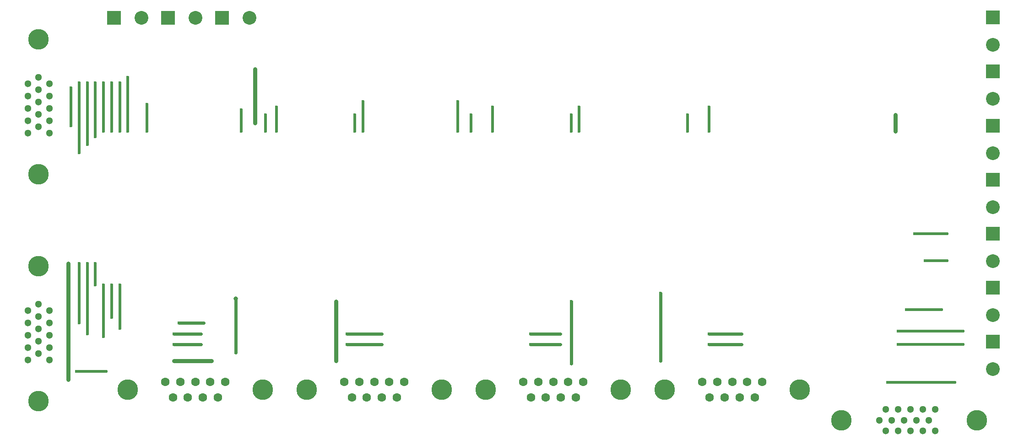
<source format=gbr>
G04 #@! TF.FileFunction,Copper,L2,Bot,Signal*
%FSLAX46Y46*%
G04 Gerber Fmt 4.6, Leading zero omitted, Abs format (unit mm)*
G04 Created by KiCad (PCBNEW 4.0.3+e1-6302~38~ubuntu15.10.1-stable) date Wed Nov  9 08:21:01 2016*
%MOMM*%
%LPD*%
G01*
G04 APERTURE LIST*
%ADD10C,0.100000*%
%ADD11C,3.810000*%
%ADD12C,1.300000*%
%ADD13R,2.540000X2.540000*%
%ADD14C,2.540000*%
%ADD15C,1.600000*%
%ADD16C,0.600000*%
%ADD17C,0.800000*%
%ADD18C,0.800000*%
%ADD19C,0.500000*%
%ADD20C,0.600000*%
G04 APERTURE END LIST*
D10*
D11*
X43500000Y-94000000D03*
X43500000Y-69000000D03*
D12*
X45480000Y-77170000D03*
X45480000Y-79460000D03*
X45480000Y-81750000D03*
X45480000Y-84040000D03*
X45480000Y-86330000D03*
X43500000Y-76030000D03*
X43500000Y-78320000D03*
X43500000Y-80610000D03*
X43500000Y-82900000D03*
X43500000Y-85190000D03*
X41520000Y-77200000D03*
X41520000Y-79460000D03*
X41520000Y-81750000D03*
X41520000Y-84040000D03*
X41520000Y-86330000D03*
D13*
X220000000Y-74960000D03*
D14*
X220000000Y-80040000D03*
D13*
X220000000Y-64960000D03*
D14*
X220000000Y-70040000D03*
D11*
X84990000Y-133850000D03*
X59990000Y-133850000D03*
D15*
X66950000Y-132430000D03*
X69720000Y-132430000D03*
X72490000Y-132430000D03*
X75260000Y-132430000D03*
X78030000Y-132430000D03*
X68335000Y-135270000D03*
X71105000Y-135270000D03*
X73875000Y-135270000D03*
X76645000Y-135270000D03*
D11*
X118090000Y-133850000D03*
X93090000Y-133850000D03*
D15*
X100050000Y-132430000D03*
X102820000Y-132430000D03*
X105590000Y-132430000D03*
X108360000Y-132430000D03*
X111130000Y-132430000D03*
X101435000Y-135270000D03*
X104205000Y-135270000D03*
X106975000Y-135270000D03*
X109745000Y-135270000D03*
D11*
X151190000Y-133850000D03*
X126190000Y-133850000D03*
D15*
X133150000Y-132430000D03*
X135920000Y-132430000D03*
X138690000Y-132430000D03*
X141460000Y-132430000D03*
X144230000Y-132430000D03*
X134535000Y-135270000D03*
X137305000Y-135270000D03*
X140075000Y-135270000D03*
X142845000Y-135270000D03*
D11*
X184290000Y-133850000D03*
X159290000Y-133850000D03*
D15*
X166250000Y-132430000D03*
X169020000Y-132430000D03*
X171790000Y-132430000D03*
X174560000Y-132430000D03*
X177330000Y-132430000D03*
X167635000Y-135270000D03*
X170405000Y-135270000D03*
X173175000Y-135270000D03*
X175945000Y-135270000D03*
D13*
X220000000Y-84960000D03*
D14*
X220000000Y-90040000D03*
D13*
X220000000Y-94960000D03*
D14*
X220000000Y-100040000D03*
D13*
X220000000Y-104960000D03*
D14*
X220000000Y-110040000D03*
D11*
X43500000Y-136000000D03*
X43500000Y-111000000D03*
D12*
X45480000Y-119170000D03*
X45480000Y-121460000D03*
X45480000Y-123750000D03*
X45480000Y-126040000D03*
X45480000Y-128330000D03*
X43500000Y-118030000D03*
X43500000Y-120320000D03*
X43500000Y-122610000D03*
X43500000Y-124900000D03*
X43500000Y-127190000D03*
X41520000Y-119200000D03*
X41520000Y-121460000D03*
X41520000Y-123750000D03*
X41520000Y-126040000D03*
X41520000Y-128330000D03*
D13*
X57460000Y-65000000D03*
D14*
X62540000Y-65000000D03*
D13*
X67460000Y-65000000D03*
D14*
X72540000Y-65000000D03*
D13*
X77460000Y-65000000D03*
D14*
X82540000Y-65000000D03*
D13*
X220000000Y-114960000D03*
D14*
X220000000Y-120040000D03*
D11*
X217000000Y-139500000D03*
X192000000Y-139500000D03*
D12*
X200170000Y-137520000D03*
X202460000Y-137520000D03*
X204750000Y-137520000D03*
X207040000Y-137520000D03*
X209330000Y-137520000D03*
X199030000Y-139500000D03*
X201320000Y-139500000D03*
X203610000Y-139500000D03*
X205900000Y-139500000D03*
X208190000Y-139500000D03*
X200200000Y-141480000D03*
X202460000Y-141480000D03*
X204750000Y-141480000D03*
X207040000Y-141480000D03*
X209330000Y-141480000D03*
D13*
X220000000Y-124960000D03*
D14*
X220000000Y-130040000D03*
D16*
X68500000Y-128500000D03*
X75500000Y-128500000D03*
X204000000Y-119000000D03*
X210500000Y-119000000D03*
X98500000Y-117500000D03*
X98500000Y-128500000D03*
X158500000Y-128500000D03*
X158500000Y-116000000D03*
X83500000Y-84500000D03*
X83500000Y-74500000D03*
X63500000Y-81000000D03*
X63500000Y-86000000D03*
X87500000Y-81500000D03*
X87500000Y-86000000D03*
X103500000Y-86000000D03*
X103500000Y-80500000D03*
X127500000Y-86000000D03*
X127500000Y-81500000D03*
X57000000Y-120500000D03*
X58500000Y-86000000D03*
X58500000Y-77000000D03*
X57000000Y-114500000D03*
X143500000Y-86000000D03*
X143500000Y-81500000D03*
X60000000Y-76000000D03*
X60000000Y-86000000D03*
X167500000Y-86000000D03*
X167500000Y-81500000D03*
X58500000Y-114500000D03*
X58500000Y-122500000D03*
X81000000Y-86000000D03*
X81000000Y-82000000D03*
X121000000Y-80500000D03*
X121000000Y-86000000D03*
X49500000Y-85000000D03*
X49500000Y-78000000D03*
X207500000Y-110000000D03*
X211500000Y-110000000D03*
X205500000Y-105000000D03*
X211500000Y-105000000D03*
X80000000Y-127000000D03*
D17*
X80000000Y-117000000D03*
D16*
X202000000Y-83000000D03*
X202000000Y-86000000D03*
X85500000Y-83000000D03*
X85500000Y-86000000D03*
X142000000Y-129000000D03*
X142000000Y-117500000D03*
X163500000Y-83000000D03*
X163500000Y-86000000D03*
X142000000Y-83000000D03*
X142000000Y-86000000D03*
X123500000Y-83000000D03*
X123500000Y-86000000D03*
X102000000Y-83000000D03*
X102000000Y-86000000D03*
X49000000Y-110500000D03*
X49000000Y-132000000D03*
X69500000Y-121500000D03*
X74000000Y-121500000D03*
X200500000Y-132500000D03*
X213000000Y-132500000D03*
X51000000Y-110500000D03*
X51000000Y-121500000D03*
X51000000Y-77000000D03*
X51000000Y-90000000D03*
X52500000Y-88500000D03*
X52500000Y-77000000D03*
X52500000Y-123500000D03*
X52500000Y-110500000D03*
X214500000Y-123000000D03*
X202500000Y-123000000D03*
X134500000Y-123500000D03*
X140000000Y-123500000D03*
X100500000Y-123500000D03*
X73500000Y-123500000D03*
X68500000Y-123500000D03*
X107000000Y-123500000D03*
X173500000Y-123500000D03*
X167500000Y-123500000D03*
X202500000Y-125500000D03*
X214500000Y-125500000D03*
X167500000Y-125500000D03*
X173500000Y-125500000D03*
X140000000Y-125500000D03*
X134500000Y-125500000D03*
X107000000Y-125500000D03*
X100500000Y-125500000D03*
X73500000Y-125500000D03*
X68500000Y-125500000D03*
X54000000Y-87000000D03*
X54000000Y-77000000D03*
X54000000Y-114500000D03*
X54000000Y-110500000D03*
X55500000Y-86000000D03*
X55500000Y-77000000D03*
X57000000Y-86000000D03*
X57000000Y-77000000D03*
X50500000Y-130500000D03*
X55500000Y-114500000D03*
X55500000Y-124000000D03*
X56000000Y-130500000D03*
D18*
X68500000Y-128500000D02*
X75500000Y-128500000D01*
D19*
X210500000Y-119000000D02*
X204000000Y-119000000D01*
D18*
X98500000Y-117500000D02*
X98500000Y-128500000D01*
D20*
X98500000Y-128500000D02*
X98500000Y-128500000D01*
X158500000Y-116000000D02*
X158500000Y-128500000D01*
D18*
X83500000Y-74500000D02*
X83500000Y-84500000D01*
D19*
X63500000Y-81000000D02*
X63500000Y-86000000D01*
X87500000Y-86000000D02*
X87500000Y-81500000D01*
X103500000Y-80500000D02*
X103500000Y-86000000D01*
X127500000Y-81500000D02*
X127500000Y-86000000D01*
X57000000Y-114500000D02*
X57000000Y-120500000D01*
X58500000Y-86000000D02*
X58500000Y-77000000D01*
X143500000Y-81500000D02*
X143500000Y-86000000D01*
X60000000Y-86000000D02*
X60000000Y-76000000D01*
X167500000Y-81500000D02*
X167500000Y-86000000D01*
X58500000Y-114500000D02*
X58500000Y-122500000D01*
X81000000Y-86000000D02*
X81000000Y-82000000D01*
X121000000Y-86000000D02*
X121000000Y-80500000D01*
X49500000Y-85000000D02*
X49500000Y-78000000D01*
X207500000Y-110000000D02*
X211500000Y-110000000D01*
X205500000Y-105000000D02*
X211500000Y-105000000D01*
D20*
X80000000Y-117000000D02*
X80000000Y-127000000D01*
D18*
X202000000Y-86000000D02*
X202000000Y-83000000D01*
D19*
X85500000Y-86000000D02*
X85500000Y-83000000D01*
D20*
X142000000Y-117500000D02*
X142000000Y-129000000D01*
D19*
X163500000Y-86000000D02*
X163500000Y-83000000D01*
X142000000Y-86000000D02*
X142000000Y-83000000D01*
X123500000Y-86000000D02*
X123500000Y-83000000D01*
X102000000Y-86000000D02*
X102000000Y-83000000D01*
D18*
X49000000Y-132000000D02*
X49000000Y-110500000D01*
D20*
X69500000Y-121500000D02*
X74000000Y-121500000D01*
D19*
X213000000Y-132500000D02*
X200500000Y-132500000D01*
X51000000Y-121500000D02*
X51000000Y-110500000D01*
X51000000Y-90000000D02*
X51000000Y-77000000D01*
X52500000Y-88500000D02*
X52500000Y-77000000D01*
X52500000Y-123500000D02*
X52500000Y-110500000D01*
X214500000Y-123000000D02*
X202500000Y-123000000D01*
D20*
X134500000Y-123500000D02*
X140000000Y-123500000D01*
X107000000Y-123500000D02*
X100500000Y-123500000D01*
X68500000Y-123500000D02*
X73500000Y-123500000D01*
X167500000Y-123500000D02*
X173500000Y-123500000D01*
D19*
X202500000Y-125500000D02*
X214500000Y-125500000D01*
D20*
X167500000Y-125500000D02*
X173500000Y-125500000D01*
X134500000Y-125500000D02*
X140000000Y-125500000D01*
X100500000Y-125500000D02*
X107000000Y-125500000D01*
X68500000Y-125500000D02*
X73500000Y-125500000D01*
D19*
X54000000Y-87000000D02*
X54000000Y-77000000D01*
X54000000Y-114500000D02*
X54000000Y-110500000D01*
X55500000Y-86000000D02*
X55500000Y-77000000D01*
X57000000Y-86000000D02*
X57000000Y-77000000D01*
X55500000Y-124000000D02*
X55500000Y-114500000D01*
X50500000Y-130500000D02*
X56000000Y-130500000D01*
M02*

</source>
